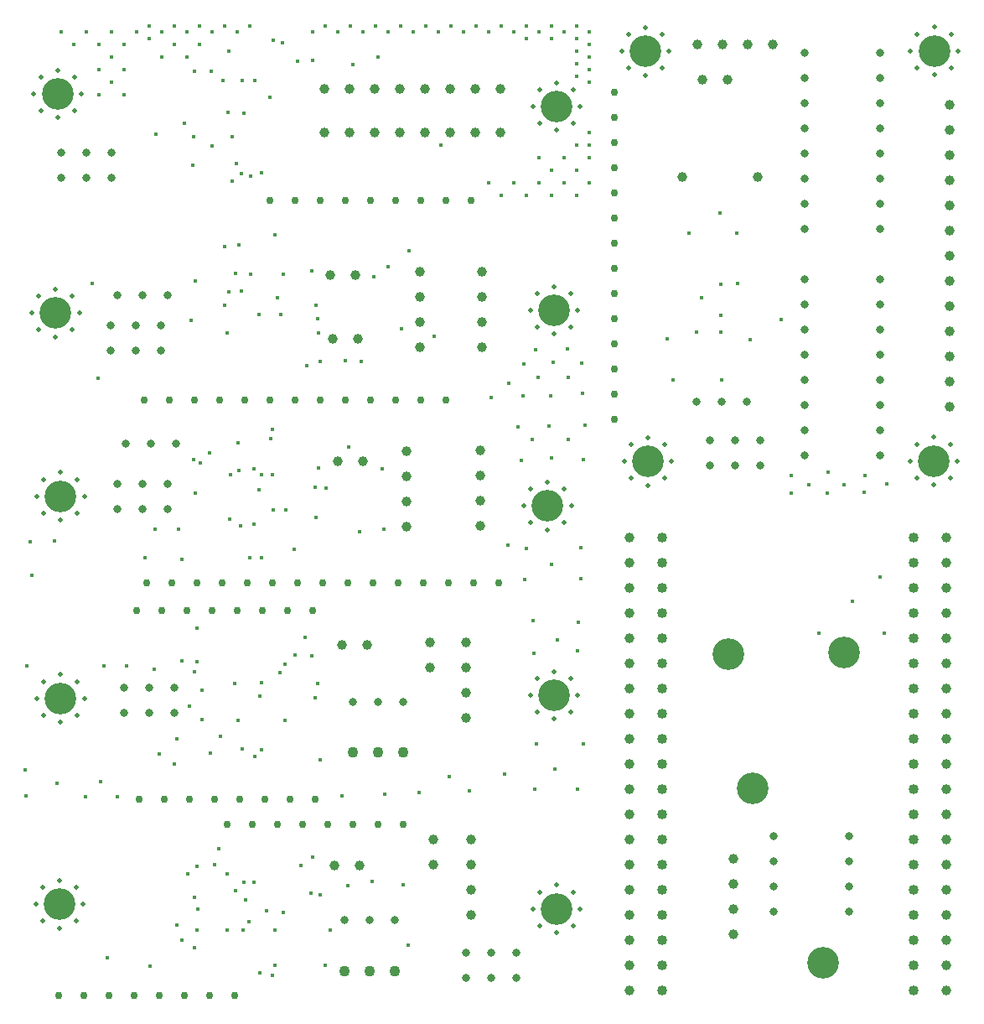
<source format=gbr>
%TF.GenerationSoftware,KiCad,Pcbnew,7.0.7*%
%TF.CreationDate,2023-11-05T18:49:36-05:00*%
%TF.ProjectId,MaisonEtape1,4d616973-6f6e-4457-9461-7065312e6b69,rev?*%
%TF.SameCoordinates,Original*%
%TF.FileFunction,Plated,1,4,PTH,Drill*%
%TF.FilePolarity,Positive*%
%FSLAX46Y46*%
G04 Gerber Fmt 4.6, Leading zero omitted, Abs format (unit mm)*
G04 Created by KiCad (PCBNEW 7.0.7) date 2023-11-05 18:49:36*
%MOMM*%
%LPD*%
G01*
G04 APERTURE LIST*
%TA.AperFunction,ViaDrill*%
%ADD10C,0.400000*%
%TD*%
%TA.AperFunction,ComponentDrill*%
%ADD11C,0.500000*%
%TD*%
%TA.AperFunction,CastellatedDrill*%
%ADD12C,0.762000*%
%TD*%
%TA.AperFunction,ComponentDrill*%
%ADD13C,0.800000*%
%TD*%
%TA.AperFunction,ComponentDrill*%
%ADD14C,1.000000*%
%TD*%
%TA.AperFunction,ComponentDrill*%
%ADD15C,1.020000*%
%TD*%
%TA.AperFunction,ComponentDrill*%
%ADD16C,1.100000*%
%TD*%
%TA.AperFunction,ComponentDrill*%
%ADD17C,3.200000*%
%TD*%
G04 APERTURE END LIST*
D10*
X94818200Y-117627400D03*
X94894400Y-120269000D03*
X94919800Y-107188000D03*
X95326200Y-94615000D03*
X95427800Y-97967800D03*
X97739200Y-94513400D03*
X98018600Y-119024400D03*
X98425000Y-43180000D03*
X99695000Y-44450000D03*
X100914200Y-120396000D03*
X100965000Y-43180000D03*
X101549200Y-68554600D03*
X102158800Y-78105000D03*
X102235000Y-44450000D03*
X102235000Y-46990000D03*
X102235000Y-49530000D03*
X102412800Y-118795800D03*
X102743000Y-107188000D03*
X103047800Y-136575800D03*
X103505000Y-43180000D03*
X103505000Y-45720000D03*
X103505000Y-48260000D03*
X104140000Y-120345200D03*
X104775000Y-44450000D03*
X104775000Y-46990000D03*
X104775000Y-49530000D03*
X105029000Y-107188000D03*
X106045000Y-43180000D03*
X106857800Y-96228800D03*
X107315000Y-42545000D03*
X107315000Y-43815000D03*
X107367401Y-137501500D03*
X107823000Y-107495000D03*
X107873800Y-93319600D03*
X107957300Y-53459700D03*
X108331000Y-116078000D03*
X108585000Y-43180000D03*
X108585000Y-45720000D03*
X109855000Y-42545000D03*
X109855000Y-44450000D03*
X109855000Y-117094000D03*
X110109000Y-114516500D03*
X110109000Y-133350000D03*
X110261400Y-93370400D03*
X110617000Y-134874000D03*
X110654500Y-106645500D03*
X110662810Y-96359015D03*
X110894000Y-52383300D03*
X111125000Y-43180000D03*
X111125000Y-45720000D03*
X111226600Y-128168400D03*
X111357853Y-111230853D03*
X111536638Y-72235262D03*
X111696500Y-56603900D03*
X111789000Y-53749900D03*
X111810800Y-86283800D03*
X111863600Y-47141700D03*
X111887000Y-130556000D03*
X111887000Y-135636000D03*
X111892500Y-107769765D03*
X111988600Y-89738200D03*
X112014000Y-68326000D03*
X112141000Y-103378000D03*
X112141000Y-133858000D03*
X112154100Y-127407700D03*
X112178500Y-106717568D03*
X112220663Y-131746337D03*
X112395000Y-42545000D03*
X112395000Y-44450000D03*
X112471200Y-86690200D03*
X112629500Y-109572361D03*
X112632000Y-112598000D03*
X113437983Y-85623508D03*
X113512600Y-115976400D03*
X113588000Y-47157600D03*
X113659600Y-54619500D03*
X113665000Y-43180000D03*
X113919000Y-127254000D03*
X114360500Y-125636500D03*
X114533500Y-114295200D03*
X114754000Y-48034600D03*
X114935000Y-42545000D03*
X114960400Y-64832806D03*
X114967671Y-70739304D03*
X115187766Y-128163332D03*
X115190000Y-133832700D03*
X115203500Y-73550811D03*
X115301800Y-51308000D03*
X115339000Y-45053000D03*
X115366800Y-69418200D03*
X115454502Y-92329300D03*
X115519200Y-87884000D03*
X115671600Y-58194900D03*
X115701000Y-53715400D03*
X115922907Y-108892039D03*
X116019832Y-129862832D03*
X116026723Y-67536021D03*
X116139500Y-56476300D03*
X116205000Y-43180000D03*
X116305000Y-84646900D03*
X116305000Y-112641500D03*
X116374300Y-64676166D03*
X116409062Y-87428861D03*
X116523698Y-93014800D03*
X116596363Y-57492624D03*
X116634063Y-69344737D03*
X116699000Y-48060000D03*
X116713000Y-115570000D03*
X116795500Y-133833000D03*
X116869332Y-129032000D03*
X116931668Y-51343327D03*
X117088918Y-130803118D03*
X117386900Y-133007300D03*
X117475000Y-42545000D03*
X117500400Y-96228800D03*
X117576600Y-67640200D03*
X117577000Y-57685900D03*
X117881400Y-87274400D03*
X117904837Y-92835037D03*
X117906353Y-129017653D03*
X117949000Y-48056500D03*
X117983000Y-116332000D03*
X118440200Y-71678800D03*
X118440200Y-89357200D03*
X118491000Y-110200500D03*
X118491000Y-138176000D03*
X118674612Y-87882529D03*
X118704000Y-57347600D03*
X118705000Y-96228800D03*
X118705000Y-108814500D03*
X118705000Y-115636600D03*
X119187025Y-131892360D03*
X119507000Y-49784000D03*
X119621431Y-84250910D03*
X119761000Y-83261200D03*
X119761000Y-138430000D03*
X119786400Y-87807800D03*
X119818000Y-43999300D03*
X119844776Y-91389200D03*
X119990500Y-133860500D03*
X120015000Y-137414000D03*
X120015593Y-63646279D03*
X120243600Y-69977000D03*
X120492502Y-107791538D03*
X120624600Y-71704200D03*
X120808000Y-44210900D03*
X120903498Y-67589400D03*
X120909691Y-132073356D03*
X121031000Y-106949502D03*
X121031000Y-112650498D03*
X121155498Y-91401900D03*
X121979502Y-95379300D03*
X122042600Y-106086000D03*
X122326400Y-46126400D03*
X122630000Y-127288000D03*
X123031300Y-104246200D03*
X123260773Y-76868402D03*
X123637728Y-130077600D03*
X123748800Y-67240500D03*
X123755300Y-106105600D03*
X123825000Y-43180000D03*
X123825000Y-126492000D03*
X123834000Y-46012900D03*
X124051000Y-110403336D03*
X124104400Y-89128600D03*
X124180600Y-92151200D03*
X124181500Y-70759471D03*
X124333000Y-108966000D03*
X124360814Y-72102156D03*
X124383800Y-87186900D03*
X124402500Y-73551656D03*
X124587000Y-116653500D03*
X124605833Y-76429100D03*
X124616049Y-130280196D03*
X125095000Y-42545000D03*
X125095000Y-137414000D03*
X125196600Y-89204800D03*
X125603000Y-133858000D03*
X126365000Y-43180000D03*
X126796800Y-120269000D03*
X127127000Y-76317500D03*
X127429100Y-129370900D03*
X127444500Y-85087200D03*
X127635000Y-42545000D03*
X127889000Y-46482000D03*
X128574800Y-93599000D03*
X128727200Y-76428600D03*
X128905000Y-43180000D03*
X129836432Y-128947432D03*
X130048000Y-67868800D03*
X130175000Y-42545000D03*
X130429000Y-45720000D03*
X130886200Y-87274400D03*
X130991263Y-93373863D03*
X131140200Y-120091200D03*
X131445000Y-43180000D03*
X131445000Y-66880500D03*
X132715000Y-42545000D03*
X132805112Y-73140512D03*
X132969000Y-129286000D03*
X133477000Y-135382000D03*
X133553200Y-65252600D03*
X133985000Y-43180000D03*
X134543800Y-119964200D03*
X135255000Y-42545000D03*
X136144000Y-73863200D03*
X136525000Y-43180000D03*
X136779000Y-54572500D03*
X137668000Y-118338600D03*
X137795000Y-42545000D03*
X139065000Y-43180000D03*
X139649200Y-119761000D03*
X140335000Y-42545000D03*
X141605000Y-43180000D03*
X141605000Y-58420000D03*
X141833600Y-80060800D03*
X142875000Y-42545000D03*
X142875000Y-59690000D03*
X143179800Y-118110000D03*
X143560800Y-94919800D03*
X143611600Y-78638400D03*
X144145000Y-43180000D03*
X144145000Y-58420000D03*
X144576800Y-82981800D03*
X144881600Y-86385400D03*
X145084800Y-79883000D03*
X145186400Y-76657200D03*
X145288000Y-98450400D03*
X145389600Y-95300800D03*
X145415000Y-42545000D03*
X145415000Y-43815000D03*
X145415000Y-59690000D03*
X146050000Y-84328000D03*
X146100800Y-102539800D03*
X146151600Y-105867200D03*
X146227800Y-119583200D03*
X146380200Y-75234800D03*
X146456400Y-115062000D03*
X146634200Y-78028800D03*
X146685000Y-43180000D03*
X146685000Y-55880000D03*
X146685000Y-58420000D03*
X147726400Y-82905600D03*
X147853400Y-79857600D03*
X147955000Y-42545000D03*
X147955000Y-43815000D03*
X147955000Y-57150000D03*
X147955000Y-59690000D03*
X147955000Y-86131400D03*
X147955000Y-96926400D03*
X148107400Y-76479400D03*
X148259800Y-117602000D03*
X148513800Y-104521000D03*
X149225000Y-43180000D03*
X149225000Y-55880000D03*
X149225000Y-58420000D03*
X149580600Y-75184000D03*
X149656800Y-78003400D03*
X149656800Y-84302600D03*
X150495000Y-42545000D03*
X150495000Y-43815000D03*
X150495000Y-45085000D03*
X150495000Y-46355000D03*
X150495000Y-47625000D03*
X150495000Y-54610000D03*
X150495000Y-57150000D03*
X150495000Y-59690000D03*
X150545800Y-105638600D03*
X150545800Y-119583200D03*
X150672800Y-102717600D03*
X150901400Y-95173800D03*
X150901400Y-98348800D03*
X150977600Y-76555600D03*
X151053800Y-79654400D03*
X151180800Y-115062000D03*
X151206200Y-86334600D03*
X151307800Y-82880200D03*
X151765000Y-43180000D03*
X151765000Y-44450000D03*
X151765000Y-45720000D03*
X151765000Y-46990000D03*
X151765000Y-48260000D03*
X151765000Y-53340000D03*
X151765000Y-54610000D03*
X151765000Y-55880000D03*
X151765000Y-58420000D03*
X159639000Y-74168000D03*
X160278000Y-78294700D03*
X161843000Y-63440400D03*
X162600000Y-73475800D03*
X163116800Y-69990700D03*
X164973000Y-61468000D03*
X165035000Y-68647500D03*
X165092000Y-73417100D03*
X165103000Y-71802600D03*
X165138900Y-78294700D03*
X166648000Y-63431400D03*
X166751000Y-68580000D03*
X168067000Y-74260000D03*
X171174700Y-72225800D03*
X172135800Y-87960200D03*
X172186600Y-89738200D03*
X173990000Y-88823800D03*
X174980600Y-103886000D03*
X175818800Y-89712800D03*
X175869600Y-87630000D03*
X177546000Y-88823800D03*
X178384200Y-100660200D03*
X179578000Y-89585800D03*
X179628800Y-87934800D03*
X181152800Y-98171000D03*
X181533800Y-103886000D03*
X181813200Y-88747600D03*
D11*
%TO.C,MH5*%
X95453800Y-71547100D03*
%TO.C,MH1*%
X95657000Y-49416000D03*
%TO.C,MH40*%
X95851900Y-131237100D03*
%TO.C,MH7*%
X95978900Y-90030000D03*
%TO.C,MH21*%
X95978900Y-110422100D03*
%TO.C,MH5*%
X96156744Y-69850044D03*
X96156744Y-73244156D03*
%TO.C,MH1*%
X96359944Y-47718944D03*
X96359944Y-51113056D03*
%TO.C,MH40*%
X96554844Y-129540044D03*
X96554844Y-132934156D03*
%TO.C,MH7*%
X96681844Y-88332944D03*
X96681844Y-91727056D03*
%TO.C,MH21*%
X96681844Y-108725044D03*
X96681844Y-112119156D03*
%TO.C,MH5*%
X97853800Y-69147100D03*
X97853800Y-73947100D03*
%TO.C,MH1*%
X98057000Y-47016000D03*
X98057000Y-51816000D03*
%TO.C,MH40*%
X98251900Y-128837100D03*
X98251900Y-133637100D03*
%TO.C,MH7*%
X98378900Y-87630000D03*
X98378900Y-92430000D03*
%TO.C,MH21*%
X98378900Y-108022100D03*
X98378900Y-112822100D03*
%TO.C,MH5*%
X99550856Y-69850044D03*
X99550856Y-73244156D03*
%TO.C,MH1*%
X99754056Y-47718944D03*
X99754056Y-51113056D03*
%TO.C,MH40*%
X99948956Y-129540044D03*
X99948956Y-132934156D03*
%TO.C,MH7*%
X100075956Y-88332944D03*
X100075956Y-91727056D03*
%TO.C,MH21*%
X100075956Y-108725044D03*
X100075956Y-112119156D03*
%TO.C,MH5*%
X100253800Y-71547100D03*
%TO.C,MH1*%
X100457000Y-49416000D03*
%TO.C,MH40*%
X100651900Y-131237100D03*
%TO.C,MH7*%
X100778900Y-90030000D03*
%TO.C,MH21*%
X100778900Y-110422100D03*
%TO.C,MH11*%
X145174000Y-90999900D03*
%TO.C,MH6*%
X145809000Y-71247000D03*
%TO.C,MH30*%
X145809000Y-110122000D03*
%TO.C,MH11*%
X145876944Y-89302844D03*
X145876944Y-92696956D03*
%TO.C,MH2*%
X146063000Y-50686000D03*
%TO.C,MH50*%
X146063000Y-131686000D03*
%TO.C,MH6*%
X146511944Y-69549944D03*
X146511944Y-72944056D03*
%TO.C,MH30*%
X146511944Y-108424944D03*
X146511944Y-111819056D03*
%TO.C,MH2*%
X146765944Y-48988944D03*
X146765944Y-52383056D03*
%TO.C,MH50*%
X146765944Y-129988944D03*
X146765944Y-133383056D03*
%TO.C,MH11*%
X147574000Y-88599900D03*
X147574000Y-93399900D03*
%TO.C,MH6*%
X148209000Y-68847000D03*
X148209000Y-73647000D03*
%TO.C,MH30*%
X148209000Y-107722000D03*
X148209000Y-112522000D03*
%TO.C,MH2*%
X148463000Y-48286000D03*
X148463000Y-53086000D03*
%TO.C,MH50*%
X148463000Y-129286000D03*
X148463000Y-134086000D03*
%TO.C,MH11*%
X149271056Y-89302844D03*
X149271056Y-92696956D03*
%TO.C,MH6*%
X149906056Y-69549944D03*
X149906056Y-72944056D03*
%TO.C,MH30*%
X149906056Y-108424944D03*
X149906056Y-111819056D03*
%TO.C,MH11*%
X149974000Y-90999900D03*
%TO.C,MH2*%
X150160056Y-48988944D03*
X150160056Y-52383056D03*
%TO.C,MH50*%
X150160056Y-129988944D03*
X150160056Y-133383056D03*
%TO.C,MH6*%
X150609000Y-71247000D03*
%TO.C,MH30*%
X150609000Y-110122000D03*
%TO.C,MH2*%
X150863000Y-50686000D03*
%TO.C,MH50*%
X150863000Y-131686000D03*
%TO.C,Mh3*%
X155033900Y-45131100D03*
%TO.C,MH12*%
X155287900Y-86533100D03*
%TO.C,Mh3*%
X155736844Y-43434044D03*
X155736844Y-46828156D03*
%TO.C,MH12*%
X155990844Y-84836044D03*
X155990844Y-88230156D03*
%TO.C,Mh3*%
X157433900Y-42731100D03*
X157433900Y-47531100D03*
%TO.C,MH12*%
X157687900Y-84133100D03*
X157687900Y-88933100D03*
%TO.C,Mh3*%
X159130956Y-43434044D03*
X159130956Y-46828156D03*
%TO.C,MH12*%
X159384956Y-84836044D03*
X159384956Y-88230156D03*
%TO.C,Mh3*%
X159833900Y-45131100D03*
%TO.C,MH12*%
X160087900Y-86533100D03*
%TO.C,MH15*%
X184163000Y-86461600D03*
%TO.C,MH4*%
X184213800Y-45072000D03*
%TO.C,MH15*%
X184865944Y-84764544D03*
X184865944Y-88158656D03*
%TO.C,MH4*%
X184916744Y-43374944D03*
X184916744Y-46769056D03*
%TO.C,MH15*%
X186563000Y-84061600D03*
X186563000Y-88861600D03*
%TO.C,MH4*%
X186613800Y-42672000D03*
X186613800Y-47472000D03*
%TO.C,MH15*%
X188260056Y-84764544D03*
X188260056Y-88158656D03*
%TO.C,MH4*%
X188310856Y-43374944D03*
X188310856Y-46769056D03*
%TO.C,MH15*%
X188963000Y-86461600D03*
%TO.C,MH4*%
X189013800Y-45072000D03*
D12*
%TO.C,U4_XT_L1*%
X98171000Y-140462000D03*
X100711000Y-140462000D03*
X103251000Y-140462000D03*
X105791000Y-140462000D03*
%TO.C,U3_XT_L1*%
X106045000Y-101600000D03*
%TO.C,U3_XT_R1*%
X106299000Y-120650000D03*
%TO.C,U1_XT1*%
X106781600Y-80289400D03*
%TO.C,U2_XT1*%
X107061000Y-98806000D03*
%TO.C,U4_XT_L1*%
X108331000Y-140462000D03*
%TO.C,U3_XT_L1*%
X108585000Y-101600000D03*
%TO.C,U3_XT_R1*%
X108839000Y-120650000D03*
%TO.C,U1_XT1*%
X109321600Y-80289400D03*
%TO.C,U2_XT1*%
X109601000Y-98806000D03*
%TO.C,U4_XT_L1*%
X110871000Y-140462000D03*
%TO.C,U3_XT_L1*%
X111125000Y-101600000D03*
%TO.C,U3_XT_R1*%
X111379000Y-120650000D03*
%TO.C,U1_XT1*%
X111861600Y-80289400D03*
%TO.C,U2_XT1*%
X112141000Y-98806000D03*
%TO.C,U4_XT_L1*%
X113411000Y-140462000D03*
%TO.C,U3_XT_L1*%
X113665000Y-101600000D03*
%TO.C,U3_XT_R1*%
X113919000Y-120650000D03*
%TO.C,U1_XT1*%
X114401600Y-80289400D03*
%TO.C,U2_XT1*%
X114681000Y-98806000D03*
%TO.C,U4_XT_R1*%
X115189000Y-123190000D03*
%TO.C,U4_XT_L1*%
X115951000Y-140462000D03*
%TO.C,U3_XT_L1*%
X116205000Y-101600000D03*
%TO.C,U3_XT_R1*%
X116459000Y-120650000D03*
%TO.C,U1_XT1*%
X116941600Y-80289400D03*
%TO.C,U2_XT1*%
X117221000Y-98806000D03*
%TO.C,U4_XT_R1*%
X117729000Y-123190000D03*
%TO.C,U3_XT_L1*%
X118745000Y-101600000D03*
%TO.C,U3_XT_R1*%
X118999000Y-120650000D03*
%TO.C,U1_XT1*%
X119481600Y-80289400D03*
%TO.C,LT_XT1*%
X119507000Y-60198000D03*
%TO.C,U2_XT1*%
X119761000Y-98806000D03*
%TO.C,U4_XT_R1*%
X120269000Y-123190000D03*
%TO.C,U3_XT_L1*%
X121285000Y-101600000D03*
%TO.C,U3_XT_R1*%
X121539000Y-120650000D03*
%TO.C,U1_XT1*%
X122021600Y-80289400D03*
%TO.C,LT_XT1*%
X122047000Y-60198000D03*
%TO.C,U2_XT1*%
X122301000Y-98806000D03*
%TO.C,U4_XT_R1*%
X122809000Y-123190000D03*
%TO.C,U3_XT_L1*%
X123825000Y-101600000D03*
%TO.C,U3_XT_R1*%
X124079000Y-120650000D03*
%TO.C,U1_XT1*%
X124561600Y-80289400D03*
%TO.C,LT_XT1*%
X124587000Y-60198000D03*
%TO.C,U2_XT1*%
X124841000Y-98806000D03*
%TO.C,U4_XT_R1*%
X125349000Y-123190000D03*
%TO.C,U1_XT1*%
X127101600Y-80289400D03*
%TO.C,LT_XT1*%
X127127000Y-60198000D03*
%TO.C,U2_XT1*%
X127381000Y-98806000D03*
%TO.C,U4_XT_R1*%
X127889000Y-123190000D03*
%TO.C,U1_XT1*%
X129641600Y-80289400D03*
%TO.C,LT_XT1*%
X129667000Y-60198000D03*
%TO.C,U2_XT1*%
X129921000Y-98806000D03*
%TO.C,U4_XT_R1*%
X130429000Y-123190000D03*
%TO.C,U1_XT1*%
X132181600Y-80289400D03*
%TO.C,LT_XT1*%
X132207000Y-60198000D03*
%TO.C,U2_XT1*%
X132461000Y-98806000D03*
%TO.C,U4_XT_R1*%
X132969000Y-123190000D03*
%TO.C,U1_XT1*%
X134721600Y-80289400D03*
%TO.C,LT_XT1*%
X134747000Y-60198000D03*
%TO.C,U2_XT1*%
X135001000Y-98806000D03*
%TO.C,U1_XT1*%
X137261600Y-80289400D03*
%TO.C,LT_XT1*%
X137287000Y-60198000D03*
%TO.C,U2_XT1*%
X137541000Y-98806000D03*
%TO.C,LT_XT1*%
X139827000Y-60198000D03*
%TO.C,U2_XT1*%
X140081000Y-98806000D03*
X142621000Y-98806000D03*
%TO.C,U5_XT1*%
X154305000Y-49276000D03*
X154305000Y-51816000D03*
X154305000Y-54356000D03*
X154305000Y-56896000D03*
X154305000Y-59436000D03*
X154305000Y-61976000D03*
X154305000Y-64516000D03*
X154305000Y-67056000D03*
X154305000Y-69596000D03*
X154305000Y-72136000D03*
X154305000Y-74676000D03*
X154305000Y-77216000D03*
X154305000Y-79756000D03*
X154305000Y-82296000D03*
D13*
%TO.C,Jmaster1*%
X98425000Y-55372000D03*
X98425000Y-57912000D03*
X100965000Y-55372000D03*
X100965000Y-57912000D03*
%TO.C,J1*%
X103454200Y-72796400D03*
X103454200Y-75336400D03*
%TO.C,Jmaster1*%
X103505000Y-55372000D03*
X103505000Y-57912000D03*
%TO.C,SW1*%
X104114600Y-69697600D03*
%TO.C,J2*%
X104140000Y-88739800D03*
X104140000Y-91279800D03*
%TO.C,J3*%
X104775000Y-109360000D03*
X104775000Y-111900000D03*
%TO.C,SW2*%
X104927400Y-84734400D03*
%TO.C,J1*%
X105994200Y-72796400D03*
X105994200Y-75336400D03*
%TO.C,SW1*%
X106654600Y-69697600D03*
%TO.C,J2*%
X106680000Y-88739800D03*
X106680000Y-91279800D03*
%TO.C,J3*%
X107315000Y-109360000D03*
X107315000Y-111900000D03*
%TO.C,SW2*%
X107467400Y-84734400D03*
%TO.C,J1*%
X108534200Y-72796400D03*
X108534200Y-75336400D03*
%TO.C,SW1*%
X109194600Y-69697600D03*
%TO.C,J2*%
X109220000Y-88739800D03*
X109220000Y-91279800D03*
%TO.C,J3*%
X109855000Y-109360000D03*
X109855000Y-111900000D03*
%TO.C,SW2*%
X110007400Y-84734400D03*
%TO.C,SW_U4*%
X127013000Y-132833800D03*
%TO.C,SW_U3*%
X127889000Y-110833200D03*
%TO.C,SW_U4*%
X129553000Y-132833800D03*
%TO.C,SW_U3*%
X130429000Y-110833200D03*
%TO.C,SW_U4*%
X132093000Y-132833800D03*
%TO.C,SW_U3*%
X132969000Y-110833200D03*
%TO.C,J4*%
X139319000Y-136144000D03*
X139319000Y-138684000D03*
X141859000Y-136144000D03*
X141859000Y-138684000D03*
X144399000Y-136144000D03*
X144399000Y-138684000D03*
%TO.C,SW_U5*%
X162605000Y-80460000D03*
%TO.C,J5*%
X163957000Y-84420000D03*
X163957000Y-86960000D03*
%TO.C,SW_U5*%
X165145000Y-80460000D03*
%TO.C,J5*%
X166497000Y-84420000D03*
X166497000Y-86960000D03*
%TO.C,SW_U5*%
X167685000Y-80460000D03*
%TO.C,J5*%
X169037000Y-84420000D03*
X169037000Y-86960000D03*
%TO.C,U8*%
X170427000Y-124333000D03*
X170427000Y-126873000D03*
X170427000Y-129413000D03*
X170427000Y-131953000D03*
%TO.C,U6*%
X173558200Y-45262800D03*
X173558200Y-47802800D03*
X173558200Y-50342800D03*
X173558200Y-52882800D03*
X173558200Y-55422800D03*
X173558200Y-57962800D03*
X173558200Y-60502800D03*
X173558200Y-63042800D03*
%TO.C,U7*%
X173558200Y-68122800D03*
X173558200Y-70662800D03*
X173558200Y-73202800D03*
X173558200Y-75742800D03*
X173558200Y-78282800D03*
X173558200Y-80822800D03*
X173558200Y-83362800D03*
X173558200Y-85902800D03*
%TO.C,U8*%
X178047000Y-124333000D03*
X178047000Y-126873000D03*
X178047000Y-129413000D03*
X178047000Y-131953000D03*
%TO.C,U6*%
X181178200Y-45262800D03*
X181178200Y-47802800D03*
X181178200Y-50342800D03*
X181178200Y-52882800D03*
X181178200Y-55422800D03*
X181178200Y-57962800D03*
X181178200Y-60502800D03*
X181178200Y-63042800D03*
%TO.C,U7*%
X181178200Y-68122800D03*
X181178200Y-70662800D03*
X181178200Y-73202800D03*
X181178200Y-75742800D03*
X181178200Y-78282800D03*
X181178200Y-80822800D03*
X181178200Y-83362800D03*
X181178200Y-85902800D03*
D14*
%TO.C,J14*%
X125027100Y-48895000D03*
%TO.C,J13*%
X125027100Y-53340000D03*
%TO.C,Window1*%
X125603000Y-67691000D03*
%TO.C,Window2*%
X125857000Y-74168000D03*
%TO.C,J11*%
X125997000Y-127296600D03*
%TO.C,Door1*%
X126345000Y-86486600D03*
%TO.C,J12*%
X126822200Y-105067400D03*
%TO.C,J14*%
X127567100Y-48895000D03*
%TO.C,J13*%
X127567100Y-53340000D03*
%TO.C,Window1*%
X128143000Y-67691000D03*
%TO.C,Window2*%
X128397000Y-74168000D03*
%TO.C,J11*%
X128537000Y-127296600D03*
%TO.C,Door1*%
X128885000Y-86486600D03*
%TO.C,J12*%
X129362200Y-105067400D03*
%TO.C,J14*%
X130107100Y-48895000D03*
%TO.C,J13*%
X130107100Y-53340000D03*
%TO.C,J14*%
X132647100Y-48895000D03*
%TO.C,J13*%
X132647100Y-53340000D03*
%TO.C,J_U2B1*%
X133324600Y-85496400D03*
X133324600Y-88036400D03*
X133324600Y-90576400D03*
X133324600Y-93116400D03*
%TO.C,J_U1B1*%
X134696200Y-67370800D03*
X134696200Y-69910800D03*
X134696200Y-72450800D03*
X134696200Y-74990800D03*
%TO.C,J14*%
X135187100Y-48895000D03*
%TO.C,J13*%
X135187100Y-53340000D03*
%TO.C,U3_PW1*%
X135685000Y-104783000D03*
X135685000Y-107323000D03*
%TO.C,U4_PW1*%
X136017000Y-124699000D03*
X136017000Y-127239000D03*
%TO.C,J14*%
X137727100Y-48895000D03*
%TO.C,J13*%
X137727100Y-53340000D03*
%TO.C,J_SPI_3*%
X139319000Y-104788000D03*
X139319000Y-107328000D03*
X139319000Y-109868000D03*
X139319000Y-112408000D03*
%TO.C,J_SPI_4*%
X139827000Y-124714000D03*
X139827000Y-127254000D03*
X139827000Y-129794000D03*
X139827000Y-132334000D03*
%TO.C,J14*%
X140267100Y-48895000D03*
%TO.C,J13*%
X140267100Y-53340000D03*
%TO.C,J_U2A1*%
X140750600Y-85410400D03*
X140750600Y-87950400D03*
X140750600Y-90490400D03*
X140750600Y-93030400D03*
%TO.C,J_U1A1*%
X140967600Y-67351600D03*
X140967600Y-69891600D03*
X140967600Y-72431600D03*
X140967600Y-74971600D03*
%TO.C,J14*%
X142807100Y-48895000D03*
%TO.C,J13*%
X142807100Y-53340000D03*
%TO.C,J7*%
X155829000Y-94234000D03*
X155829000Y-96774000D03*
X155829000Y-99314000D03*
X155829000Y-101854000D03*
X155829000Y-104394000D03*
X155829000Y-106934000D03*
X155829000Y-109474000D03*
X155829000Y-112014000D03*
X155829000Y-114554000D03*
X155829000Y-117094000D03*
X155829000Y-119634000D03*
X155829000Y-122174000D03*
X155829000Y-124714000D03*
X155829000Y-127254000D03*
X155829000Y-129794000D03*
X155829000Y-132334000D03*
X155829000Y-134874000D03*
X155829000Y-137414000D03*
X155829000Y-139954000D03*
%TO.C,BZ1*%
X161183000Y-57810400D03*
%TO.C,J_SPI_5*%
X162687000Y-44399200D03*
%TO.C,U5_PW1*%
X163195000Y-48006000D03*
%TO.C,J_SPI_5*%
X165227000Y-44399200D03*
%TO.C,U5_PW1*%
X165735000Y-48006000D03*
%TO.C,J_U6*%
X166363000Y-126619000D03*
X166363000Y-129159000D03*
X166363000Y-131699000D03*
X166363000Y-134239000D03*
%TO.C,J_SPI_5*%
X167767000Y-44399200D03*
%TO.C,BZ1*%
X168783000Y-57810400D03*
%TO.C,J_SPI_5*%
X170307000Y-44399200D03*
%TO.C,J6*%
X187833000Y-94234000D03*
X187833000Y-96774000D03*
X187833000Y-99314000D03*
X187833000Y-101854000D03*
X187833000Y-104394000D03*
X187833000Y-106934000D03*
X187833000Y-109474000D03*
X187833000Y-112014000D03*
X187833000Y-114554000D03*
X187833000Y-117094000D03*
X187833000Y-119634000D03*
X187833000Y-122174000D03*
X187833000Y-124714000D03*
X187833000Y-127254000D03*
X187833000Y-129794000D03*
X187833000Y-132334000D03*
X187833000Y-134874000D03*
X187833000Y-137414000D03*
X187833000Y-139954000D03*
%TO.C,J10*%
X188185000Y-50546000D03*
X188185000Y-53086000D03*
X188185000Y-55626000D03*
X188185000Y-58166000D03*
X188185000Y-60706000D03*
X188185000Y-63246000D03*
X188185000Y-65786000D03*
X188185000Y-68326000D03*
X188185000Y-70866000D03*
X188185000Y-73406000D03*
X188185000Y-75946000D03*
X188185000Y-78486000D03*
X188185000Y-81026000D03*
D15*
%TO.C,ESP32*%
X159131000Y-94234000D03*
X159131000Y-96774000D03*
X159131000Y-99314000D03*
X159131000Y-101854000D03*
X159131000Y-104394000D03*
X159131000Y-106934000D03*
X159131000Y-109474000D03*
X159131000Y-112014000D03*
X159131000Y-114554000D03*
X159131000Y-117094000D03*
X159131000Y-119634000D03*
X159131000Y-122174000D03*
X159131000Y-124714000D03*
X159131000Y-127254000D03*
X159131000Y-129794000D03*
X159131000Y-132334000D03*
X159131000Y-134874000D03*
X159131000Y-137414000D03*
X159131000Y-139954000D03*
X184531000Y-94234000D03*
X184531000Y-96774000D03*
X184531000Y-99314000D03*
X184531000Y-101854000D03*
X184531000Y-104394000D03*
X184531000Y-106934000D03*
X184531000Y-109474000D03*
X184531000Y-112014000D03*
X184531000Y-114554000D03*
X184531000Y-117094000D03*
X184531000Y-119634000D03*
X184531000Y-122174000D03*
X184531000Y-124714000D03*
X184531000Y-127254000D03*
X184531000Y-129794000D03*
X184531000Y-132334000D03*
X184531000Y-134874000D03*
X184531000Y-137414000D03*
X184531000Y-139954000D03*
D16*
%TO.C,Q1*%
X127013000Y-137944400D03*
%TO.C,Q2*%
X127889000Y-115913200D03*
%TO.C,Q1*%
X129553000Y-137944400D03*
%TO.C,Q2*%
X130429000Y-115913200D03*
%TO.C,Q1*%
X132093000Y-137944400D03*
%TO.C,Q2*%
X132969000Y-115913200D03*
D17*
%TO.C,MH5*%
X97853800Y-71547100D03*
%TO.C,MH1*%
X98057000Y-49416000D03*
%TO.C,MH40*%
X98251900Y-131237100D03*
%TO.C,MH7*%
X98378900Y-90030000D03*
%TO.C,MH21*%
X98378900Y-110422100D03*
%TO.C,MH11*%
X147574000Y-90999900D03*
%TO.C,MH6*%
X148209000Y-71247000D03*
%TO.C,MH30*%
X148209000Y-110122000D03*
%TO.C,MH2*%
X148463000Y-50686000D03*
%TO.C,MH50*%
X148463000Y-131686000D03*
%TO.C,Mh3*%
X157433900Y-45131100D03*
%TO.C,MH12*%
X157687900Y-86533100D03*
%TO.C,*%
X165836600Y-105968800D03*
%TO.C,MH235*%
X168268000Y-119507000D03*
%TO.C,MH434*%
X175380000Y-137160000D03*
%TO.C,*%
X177520600Y-105816400D03*
%TO.C,MH15*%
X186563000Y-86461600D03*
%TO.C,MH4*%
X186613800Y-45072000D03*
M02*

</source>
